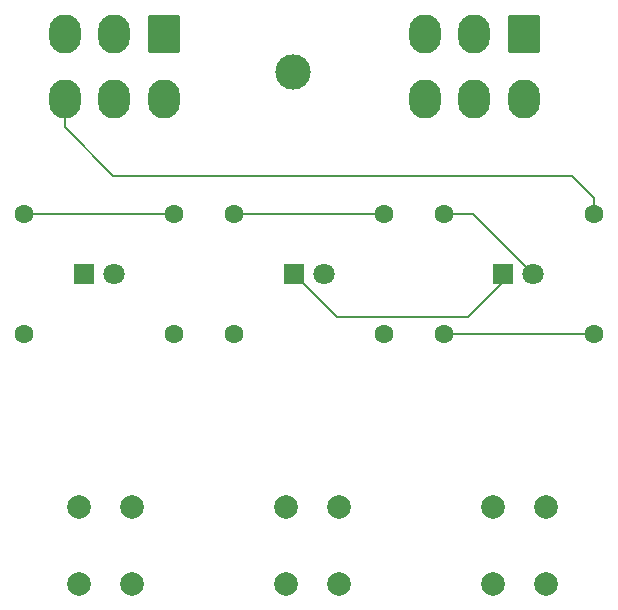
<source format=gbr>
%TF.GenerationSoftware,KiCad,Pcbnew,9.0.5*%
%TF.CreationDate,2026-02-28T09:23:41-08:00*%
%TF.ProjectId,Hi_board_bbc1,48695f62-6f61-4726-945f-626263312e6b,rev?*%
%TF.SameCoordinates,Original*%
%TF.FileFunction,Copper,L2,Bot*%
%TF.FilePolarity,Positive*%
%FSLAX46Y46*%
G04 Gerber Fmt 4.6, Leading zero omitted, Abs format (unit mm)*
G04 Created by KiCad (PCBNEW 9.0.5) date 2026-02-28 09:23:41*
%MOMM*%
%LPD*%
G01*
G04 APERTURE LIST*
G04 Aperture macros list*
%AMRoundRect*
0 Rectangle with rounded corners*
0 $1 Rounding radius*
0 $2 $3 $4 $5 $6 $7 $8 $9 X,Y pos of 4 corners*
0 Add a 4 corners polygon primitive as box body*
4,1,4,$2,$3,$4,$5,$6,$7,$8,$9,$2,$3,0*
0 Add four circle primitives for the rounded corners*
1,1,$1+$1,$2,$3*
1,1,$1+$1,$4,$5*
1,1,$1+$1,$6,$7*
1,1,$1+$1,$8,$9*
0 Add four rect primitives between the rounded corners*
20,1,$1+$1,$2,$3,$4,$5,0*
20,1,$1+$1,$4,$5,$6,$7,0*
20,1,$1+$1,$6,$7,$8,$9,0*
20,1,$1+$1,$8,$9,$2,$3,0*%
G04 Aperture macros list end*
%TA.AperFunction,ComponentPad*%
%ADD10C,3.000000*%
%TD*%
%TA.AperFunction,ComponentPad*%
%ADD11C,1.600000*%
%TD*%
%TA.AperFunction,ComponentPad*%
%ADD12C,2.000000*%
%TD*%
%TA.AperFunction,ComponentPad*%
%ADD13R,1.800000X1.800000*%
%TD*%
%TA.AperFunction,ComponentPad*%
%ADD14C,1.800000*%
%TD*%
%TA.AperFunction,ComponentPad*%
%ADD15RoundRect,0.250001X1.099999X1.399999X-1.099999X1.399999X-1.099999X-1.399999X1.099999X-1.399999X0*%
%TD*%
%TA.AperFunction,ComponentPad*%
%ADD16O,2.700000X3.300000*%
%TD*%
%TA.AperFunction,Conductor*%
%ADD17C,0.200000*%
%TD*%
G04 APERTURE END LIST*
D10*
%TO.P,J3,1,GND*%
%TO.N,GND*%
X139600000Y-104800000D03*
%TD*%
D11*
%TO.P,R5,1*%
%TO.N,Net-(R5-Pad1)*%
X152400000Y-127000000D03*
%TO.P,R5,2*%
%TO.N,Net-(D3-A)*%
X152400000Y-116840000D03*
%TD*%
D12*
%TO.P,SW2,1,1*%
%TO.N,IMD_RESET*%
X139000000Y-148150000D03*
X139000000Y-141650000D03*
%TO.P,SW2,2,2*%
%TO.N,Net-(J1-Pin_2)*%
X143500000Y-148150000D03*
X143500000Y-141650000D03*
%TD*%
D11*
%TO.P,R4,1*%
%TO.N,IMD_LED*%
X147320000Y-127000000D03*
%TO.P,R4,2*%
%TO.N,Net-(R3-Pad1)*%
X147320000Y-116840000D03*
%TD*%
%TO.P,R1,1*%
%TO.N,Net-(R1-Pad1)*%
X116840000Y-116840000D03*
%TO.P,R1,2*%
%TO.N,Net-(D1-A)*%
X116840000Y-127000000D03*
%TD*%
D12*
%TO.P,SW1,1,1*%
%TO.N,BSPD_RESET*%
X121500000Y-148150000D03*
X121500000Y-141650000D03*
%TO.P,SW1,2,2*%
%TO.N,+12V*%
X126000000Y-148150000D03*
X126000000Y-141650000D03*
%TD*%
D11*
%TO.P,R2,1*%
%TO.N,BSPD_LED*%
X129540000Y-127000000D03*
%TO.P,R2,2*%
%TO.N,Net-(R1-Pad1)*%
X129540000Y-116840000D03*
%TD*%
D13*
%TO.P,D2,1,K*%
%TO.N,GND*%
X139670000Y-121920000D03*
D14*
%TO.P,D2,2,A*%
%TO.N,Net-(D2-A)*%
X142210000Y-121920000D03*
%TD*%
D11*
%TO.P,R6,1*%
%TO.N,BMS_LED*%
X165100000Y-116840000D03*
%TO.P,R6,2*%
%TO.N,Net-(R5-Pad1)*%
X165100000Y-127000000D03*
%TD*%
D12*
%TO.P,SW3,1,1*%
%TO.N,BMS_RESET*%
X156500000Y-148150000D03*
X156500000Y-141650000D03*
%TO.P,SW3,2,2*%
%TO.N,+12V*%
X161000000Y-148150000D03*
X161000000Y-141650000D03*
%TD*%
D13*
%TO.P,D3,1,K*%
%TO.N,GND*%
X157420000Y-121920000D03*
D14*
%TO.P,D3,2,A*%
%TO.N,Net-(D3-A)*%
X159960000Y-121920000D03*
%TD*%
D13*
%TO.P,D1,1,K*%
%TO.N,GND*%
X121920000Y-121920000D03*
D14*
%TO.P,D1,2,A*%
%TO.N,Net-(D1-A)*%
X124460000Y-121920000D03*
%TD*%
D11*
%TO.P,R3,1*%
%TO.N,Net-(R3-Pad1)*%
X134620000Y-116840000D03*
%TO.P,R3,2*%
%TO.N,Net-(D2-A)*%
X134620000Y-127000000D03*
%TD*%
D15*
%TO.P,J1,1,Pin_1*%
%TO.N,+12V*%
X159140000Y-101600000D03*
D16*
%TO.P,J1,2,Pin_2*%
%TO.N,Net-(J1-Pin_2)*%
X154940000Y-101600000D03*
%TO.P,J1,3,Pin_3*%
%TO.N,+12V*%
X150740000Y-101600000D03*
%TO.P,J1,4,Pin_4*%
%TO.N,BMS_RESET*%
X159140000Y-107100000D03*
%TO.P,J1,5,Pin_5*%
%TO.N,IMD_RESET*%
X154940000Y-107100000D03*
%TO.P,J1,6,Pin_6*%
%TO.N,BSPD_RESET*%
X150740000Y-107100000D03*
%TD*%
D15*
%TO.P,J2,1,Pin_1*%
%TO.N,GND*%
X128660000Y-101600000D03*
D16*
%TO.P,J2,2,Pin_2*%
X124460000Y-101600000D03*
%TO.P,J2,3,Pin_3*%
X120260000Y-101600000D03*
%TO.P,J2,4,Pin_4*%
%TO.N,BSPD_LED*%
X128660000Y-107100000D03*
%TO.P,J2,5,Pin_5*%
%TO.N,IMD_LED*%
X124460000Y-107100000D03*
%TO.P,J2,6,Pin_6*%
%TO.N,BMS_LED*%
X120260000Y-107100000D03*
%TD*%
D17*
%TO.N,GND*%
X154400000Y-125600000D02*
X143350000Y-125600000D01*
X157420000Y-122580000D02*
X154400000Y-125600000D01*
X157420000Y-121920000D02*
X157420000Y-122580000D01*
X143350000Y-125600000D02*
X139670000Y-121920000D01*
%TO.N,Net-(D3-A)*%
X154880000Y-116840000D02*
X159960000Y-121920000D01*
X152400000Y-116840000D02*
X154880000Y-116840000D01*
%TO.N,BMS_LED*%
X165100000Y-115500000D02*
X165100000Y-116840000D01*
X163200000Y-113600000D02*
X165100000Y-115500000D01*
X124400000Y-113600000D02*
X163200000Y-113600000D01*
X120260000Y-109460000D02*
X124400000Y-113600000D01*
X120260000Y-107100000D02*
X120260000Y-109460000D01*
%TO.N,Net-(R5-Pad1)*%
X152400000Y-127000000D02*
X165100000Y-127000000D01*
%TO.N,Net-(R3-Pad1)*%
X134620000Y-116840000D02*
X147320000Y-116840000D01*
%TO.N,Net-(R1-Pad1)*%
X116840000Y-116840000D02*
X129540000Y-116840000D01*
%TD*%
M02*

</source>
